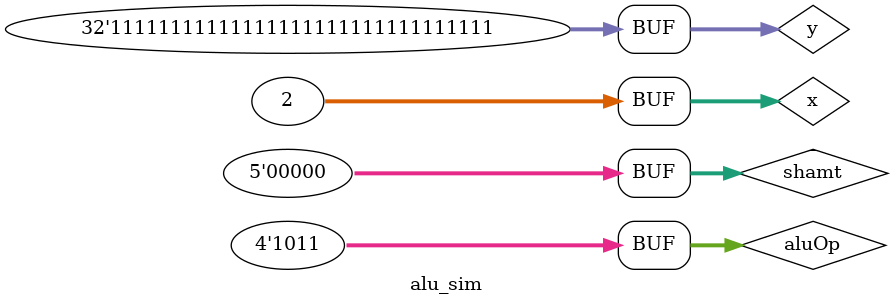
<source format=v>
`timescale 1ns / 1ps


module alu_sim(

    );
    reg [31:0] x, y;
    reg [3:0] aluOp;
    reg [4:0] shamt;
    wire [31:0] res;
    wire equal;
    alu alu(x, y, aluOp, shamt, res, equal);
    initial begin
        shamt = 0;
        aluOp = 4'b1011;
        x = -1;
        y = 1;
        #10
        y = -2;
        #10
        y = -1;
        #10
        y = 1;
        #10
        x = 1;
        #10
        x = 2;
        #10
        y = -1;
    end
endmodule

</source>
